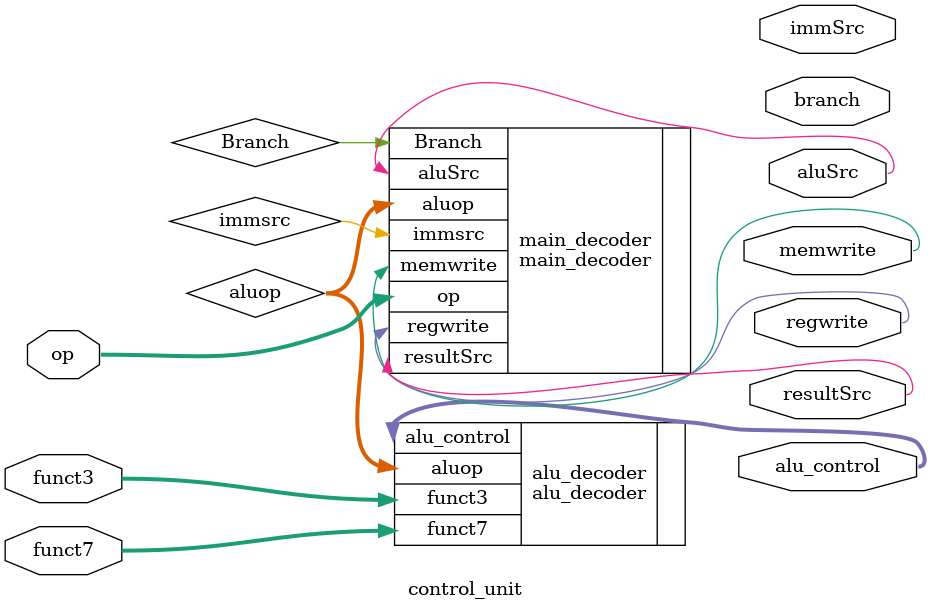
<source format=v>
`include "alu_decoder.v"
`include "main_decoder.v"


module control_unit(
    input [6:0] op,funct7,
    input [2:0]funct3,
    output regwrite,aluSrc,memwrite,resultSrc,branch,
    output [1:0]immSrc,
    output [2:0]alu_control
 );


    
    wire [1:0]aluop;

    main_decoder main_decoder(
                .op(op),
                .regwrite(regwrite),
                .immsrc(immsrc),
                .memwrite(memwrite),
                .resultSrc(resultSrc),
                .Branch(Branch),
                .aluSrc(aluSrc),
                .aluop(aluop)
    );

    alu_decoder alu_decoder(
                            .aluop(aluop),
                            .funct3(funct3),
                            .funct7(funct7),
                            .alu_control(alu_control)
    );


endmodule


</source>
